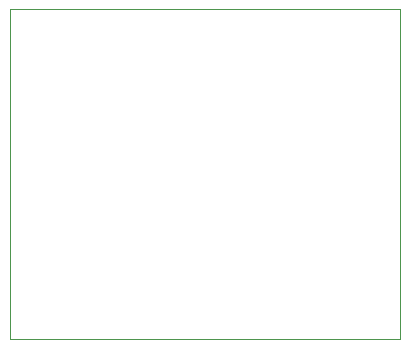
<source format=gbr>
%TF.GenerationSoftware,KiCad,Pcbnew,8.0.7*%
%TF.CreationDate,2025-01-04T17:01:38+01:00*%
%TF.ProjectId,btrail-powerboard,62747261-696c-42d7-906f-776572626f61,rev?*%
%TF.SameCoordinates,Original*%
%TF.FileFunction,Profile,NP*%
%FSLAX46Y46*%
G04 Gerber Fmt 4.6, Leading zero omitted, Abs format (unit mm)*
G04 Created by KiCad (PCBNEW 8.0.7) date 2025-01-04 17:01:38*
%MOMM*%
%LPD*%
G01*
G04 APERTURE LIST*
%TA.AperFunction,Profile*%
%ADD10C,0.050000*%
%TD*%
G04 APERTURE END LIST*
D10*
X191500000Y-22000000D02*
X224500000Y-22000000D01*
X224500000Y-50000000D01*
X191500000Y-50000000D01*
X191500000Y-22000000D01*
M02*

</source>
